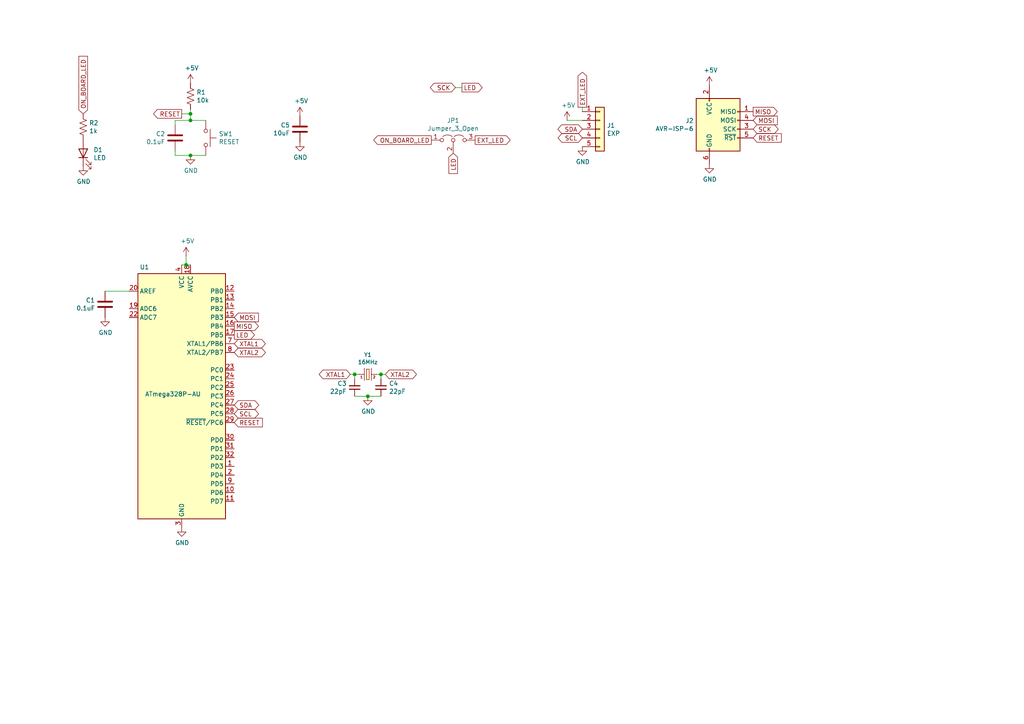
<source format=kicad_sch>
(kicad_sch (version 20230121) (generator eeschema)
  (paper "A4")
  (title_block (title "Atmega - Miner") (rev "v2.0"))
  (lib_symbols
    (symbol "AVR-Miner-rescue:ATmega328P-AU-MCU_Microchip_ATmega"
      (property "Reference" "U" (at -12.7 36.83 0))
      (property "Value" "MCU_Microchip_ATmega_ATmega328P-AU" (at 2.54 -36.83 0))
      (symbol "ATmega328P-AU-MCU_Microchip_ATmega_0_1"
        (rectangle (start -12.7 -35.56) (end 12.7 35.56) (stroke (width 0.254)) (fill (type background)))
      )
      (symbol "ATmega328P-AU-MCU_Microchip_ATmega_1_1"
        (pin tri_state line (at 15.24 -20.32 180) (length 2.54) (name "PD3") (number "1"))
        (pin tri_state line (at 15.24 -27.94 180) (length 2.54) (name "PD6") (number "10"))
        (pin tri_state line (at 15.24 -30.48 180) (length 2.54) (name "PD7") (number "11"))
        (pin tri_state line (at 15.24 30.48 180) (length 2.54) (name "PB0") (number "12"))
        (pin tri_state line (at 15.24 27.94 180) (length 2.54) (name "PB1") (number "13"))
        (pin tri_state line (at 15.24 25.4 180) (length 2.54) (name "PB2") (number "14"))
        (pin tri_state line (at 15.24 22.86 180) (length 2.54) (name "PB3") (number "15"))
        (pin tri_state line (at 15.24 20.32 180) (length 2.54) (name "PB4") (number "16"))
        (pin tri_state line (at 15.24 17.78 180) (length 2.54) (name "PB5") (number "17"))
        (pin power_in line (at 2.54 38.1 270) (length 2.54) (name "AVCC") (number "18"))
        (pin input line (at -15.24 25.4 0) (length 2.54) (name "ADC6") (number "19"))
        (pin tri_state line (at 15.24 -22.86 180) (length 2.54) (name "PD4") (number "2"))
        (pin passive line (at -15.24 30.48 0) (length 2.54) (name "AREF") (number "20"))
        (pin passive line (at 0 -38.1 90) (length 2.54) hide (name "GND") (number "21"))
        (pin input line (at -15.24 22.86 0) (length 2.54) (name "ADC7") (number "22"))
        (pin tri_state line (at 15.24 7.62 180) (length 2.54) (name "PC0") (number "23"))
        (pin tri_state line (at 15.24 5.08 180) (length 2.54) (name "PC1") (number "24"))
        (pin tri_state line (at 15.24 2.54 180) (length 2.54) (name "PC2") (number "25"))
        (pin tri_state line (at 15.24 0 180) (length 2.54) (name "PC3") (number "26"))
        (pin tri_state line (at 15.24 -2.54 180) (length 2.54) (name "PC4") (number "27"))
        (pin tri_state line (at 15.24 -5.08 180) (length 2.54) (name "PC5") (number "28"))
        (pin tri_state line (at 15.24 -7.62 180) (length 2.54) (name "~{RESET}/PC6") (number "29"))
        (pin power_in line (at 0 -38.1 90) (length 2.54) (name "GND") (number "3"))
        (pin tri_state line (at 15.24 -12.7 180) (length 2.54) (name "PD0") (number "30"))
        (pin tri_state line (at 15.24 -15.24 180) (length 2.54) (name "PD1") (number "31"))
        (pin tri_state line (at 15.24 -17.78 180) (length 2.54) (name "PD2") (number "32"))
        (pin power_in line (at 0 38.1 270) (length 2.54) (name "VCC") (number "4"))
        (pin passive line (at 0 -38.1 90) (length 2.54) hide (name "GND") (number "5"))
        (pin passive line (at 0 38.1 270) (length 2.54) hide (name "VCC") (number "6"))
        (pin tri_state line (at 15.24 15.24 180) (length 2.54) (name "XTAL1/PB6") (number "7"))
        (pin tri_state line (at 15.24 12.7 180) (length 2.54) (name "XTAL2/PB7") (number "8"))
        (pin tri_state line (at 15.24 -25.4 180) (length 2.54) (name "PD5") (number "9"))
      )
    )
    (symbol "AVR-Miner-rescue:AVR-ISP-6-Connector" (pin_names (offset 1.016))
      (property "Reference" "J" (at 0 10.16 0))
      (property "Value" "Connector_AVR-ISP-6" (at 0 -7.62 0))
      (symbol "AVR-ISP-6-Connector_0_1"
        (rectangle (start -2.667 -5.588) (end -2.413 -6.35))
        (rectangle (start -2.667 8.89) (end -2.413 8.128))
        (rectangle (start 6.35 -2.413) (end 5.588 -2.667))
        (rectangle (start 6.35 0.127) (end 5.588 -0.127))
        (rectangle (start 6.35 2.667) (end 5.588 2.413))
        (rectangle (start 6.35 5.207) (end 5.588 4.953))
        (rectangle (start 6.35 8.89) (end -6.35 -6.35) (stroke (width 0.254)) (fill (type background)))
      )
      (symbol "AVR-ISP-6-Connector_1_1"
        (pin passive line (at 10.16 5.08 180) (length 3.81) (name "MISO") (number "1"))
        (pin power_in line (at -2.54 12.7 270) (length 3.81) (name "VCC") (number "2"))
        (pin passive line (at 10.16 0 180) (length 3.81) (name "SCK") (number "3"))
        (pin passive line (at 10.16 2.54 180) (length 3.81) (name "MOSI") (number "4"))
        (pin passive line (at 10.16 -2.54 180) (length 3.81) (name "~{RST}") (number "5"))
        (pin power_in line (at -2.54 -10.16 90) (length 3.81) (name "GND") (number "6"))
      )
    )
    (symbol "AVR-Miner-rescue:CRYSTAL-16MHZPTH-HC49US-SparkFun-Clocks" (pin_numbers hide) (pin_names (offset 1.016) hide)
      (property "Reference" "Y" (at 0 2.54 0))
      (property "Value" "SparkFun-Clocks_CRYSTAL-16MHZPTH-HC49US" (at 0 -3.81 0))
      (property "Field4" "XTAL-08181" (at 0 6.35 0))
      (symbol "CRYSTAL-16MHZPTH-HC49US-SparkFun-Clocks_1_0"
        (polyline (pts (xy -2.54 0) (xy -1.016 0)))
        (polyline (pts (xy -1.016 1.778) (xy -1.016 -1.778)))
        (polyline (pts (xy 1.016 0) (xy 2.54 0)))
        (polyline (pts (xy 1.016 1.778) (xy 1.016 -1.778)))
        (text "1" (at -1.8288 -0.7874 0) (effects (font (size 0.6858 0.6858))))
        (text "2" (at 1.8542 -0.7874 0) (effects (font (size 0.6858 0.6858))))
      )
      (symbol "CRYSTAL-16MHZPTH-HC49US-SparkFun-Clocks_1_1"
        (polyline (pts (xy -0.381 1.524) (xy -0.381 -1.524) (xy 0.381 -1.524) (xy 0.381 1.524) (xy -0.381 1.524)) (fill (type background)))
        (pin passive line (at -2.54 0 0) (length 0) (name "1") (number "1"))
        (pin passive line (at 2.54 0 180) (length 0) (name "2") (number "2"))
      )
    )
    (symbol "AVR-Miner-rescue:Jumper_3_Open-Jumper" (pin_names (offset 0) hide)
      (property "Reference" "JP" (at -2.54 -2.54 0))
      (property "Value" "Jumper_Jumper_3_Open" (at 0 2.794 0))
      (symbol "Jumper_3_Open-Jumper_0_0"
        (circle (center -3.302 0) (radius 0.508))
        (circle (center 0 0) (radius 0.508))
        (circle (center 3.302 0) (radius 0.508))
      )
      (symbol "Jumper_3_Open-Jumper_0_1"
        (arc (start -0.254 1.016) (mid -1.651 1.4992) (end -3.048 1.016))
        (polyline (pts (xy 0 -0.508) (xy 0 -1.27)))
        (arc (start 3.048 1.016) (mid 1.651 1.4992) (end 0.254 1.016))
      )
      (symbol "Jumper_3_Open-Jumper_1_1"
        (pin passive line (at -6.35 0 0) (length 2.54) (name "A") (number "1"))
        (pin input line (at 0 -3.81 90) (length 2.54) (name "C") (number "2"))
        (pin passive line (at 6.35 0 180) (length 2.54) (name "B") (number "3"))
      )
    )
    (symbol "Connector_Generic:Conn_01x05" (pin_names (offset 1.016) hide)
      (property "Reference" "J" (at 0 7.62 0))
      (property "Value" "Conn_01x05" (at 0 -7.62 0))
      (symbol "Conn_01x05_1_1"
        (rectangle (start -1.27 -4.953) (end 0 -5.207) (stroke (width 0.1524)))
        (rectangle (start -1.27 -2.413) (end 0 -2.667) (stroke (width 0.1524)))
        (rectangle (start -1.27 0.127) (end 0 -0.127) (stroke (width 0.1524)))
        (rectangle (start -1.27 2.667) (end 0 2.413) (stroke (width 0.1524)))
        (rectangle (start -1.27 5.207) (end 0 4.953) (stroke (width 0.1524)))
        (rectangle (start -1.27 6.35) (end 1.27 -6.35) (stroke (width 0.254)) (fill (type background)))
        (pin passive line (at -5.08 5.08 0) (length 3.81) (name "Pin_1") (number "1"))
        (pin passive line (at -5.08 2.54 0) (length 3.81) (name "Pin_2") (number "2"))
        (pin passive line (at -5.08 0 0) (length 3.81) (name "Pin_3") (number "3"))
        (pin passive line (at -5.08 -2.54 0) (length 3.81) (name "Pin_4") (number "4"))
        (pin passive line (at -5.08 -5.08 0) (length 3.81) (name "Pin_5") (number "5"))
      )
    )
    (symbol "Device:C" (pin_numbers hide) (pin_names (offset 0.254))
      (property "Reference" "C" (at 0.635 2.54 0))
      (property "Value" "C" (at 0.635 -2.54 0))
      (symbol "C_0_1"
        (polyline (pts (xy -2.032 -0.762) (xy 2.032 -0.762)) (stroke (width 0.508)))
        (polyline (pts (xy -2.032 0.762) (xy 2.032 0.762)) (stroke (width 0.508)))
      )
      (symbol "C_1_1"
        (pin passive line (at 0 3.81 270) (length 2.794) (name "~") (number "1"))
        (pin passive line (at 0 -3.81 90) (length 2.794) (name "~") (number "2"))
      )
    )
    (symbol "Device:C_Small" (pin_numbers hide) (pin_names (offset 0.254) hide)
      (property "Reference" "C" (at 0.254 1.778 0))
      (property "Value" "C_Small" (at 0.254 -2.032 0))
      (symbol "C_Small_0_1"
        (polyline (pts (xy -1.524 -0.508) (xy 1.524 -0.508)) (stroke (width 0.3302)))
        (polyline (pts (xy -1.524 0.508) (xy 1.524 0.508)) (stroke (width 0.3048)))
      )
      (symbol "C_Small_1_1"
        (pin passive line (at 0 2.54 270) (length 2.032) (name "~") (number "1"))
        (pin passive line (at 0 -2.54 90) (length 2.032) (name "~") (number "2"))
      )
    )
    (symbol "Device:LED" (pin_numbers hide) (pin_names (offset 1.016) hide)
      (property "Reference" "D" (at 0 2.54 0))
      (property "Value" "LED" (at 0 -2.54 0))
      (symbol "LED_0_1"
        (polyline (pts (xy -1.27 -1.27) (xy -1.27 1.27)) (stroke (width 0.254)))
        (polyline (pts (xy -1.27 0) (xy 1.27 0)))
        (polyline (pts (xy 1.27 -1.27) (xy 1.27 1.27) (xy -1.27 0) (xy 1.27 -1.27)) (stroke (width 0.254)))
        (polyline (pts (xy -3.048 -0.762) (xy -4.572 -2.286) (xy -3.81 -2.286) (xy -4.572 -2.286) (xy -4.572 -1.524)))
        (polyline (pts (xy -1.778 -0.762) (xy -3.302 -2.286) (xy -2.54 -2.286) (xy -3.302 -2.286) (xy -3.302 -1.524)))
      )
      (symbol "LED_1_1"
        (pin passive line (at -3.81 0 0) (length 2.54) (name "K") (number "1"))
        (pin passive line (at 3.81 0 180) (length 2.54) (name "A") (number "2"))
      )
    )
    (symbol "Device:R_US" (pin_numbers hide) (pin_names (offset 0))
      (property "Reference" "R" (at 2.54 0 90))
      (property "Value" "R_US" (at -2.54 0 90))
      (symbol "R_US_0_1"
        (polyline (pts (xy 0 -2.286) (xy 0 -2.54)))
        (polyline (pts (xy 0 2.286) (xy 0 2.54)))
        (polyline (pts (xy 0 -0.762) (xy 1.016 -1.143) (xy 0 -1.524) (xy -1.016 -1.905) (xy 0 -2.286)))
        (polyline (pts (xy 0 0.762) (xy 1.016 0.381) (xy 0 0) (xy -1.016 -0.381) (xy 0 -0.762)))
        (polyline (pts (xy 0 2.286) (xy 1.016 1.905) (xy 0 1.524) (xy -1.016 1.143) (xy 0 0.762)))
      )
      (symbol "R_US_1_1"
        (pin passive line (at 0 3.81 270) (length 1.27) (name "~") (number "1"))
        (pin passive line (at 0 -3.81 90) (length 1.27) (name "~") (number "2"))
      )
    )
    (symbol "Switch:SW_Push" (pin_numbers hide) (pin_names (offset 1.016) hide)
      (property "Reference" "SW" (at 1.27 2.54 0))
      (property "Value" "SW_Push" (at 0 -1.524 0))
      (symbol "SW_Push_0_1"
        (circle (center -2.032 0) (radius 0.508))
        (polyline (pts (xy 0 1.27) (xy 0 3.048)))
        (polyline (pts (xy 2.54 1.27) (xy -2.54 1.27)))
        (circle (center 2.032 0) (radius 0.508))
        (pin passive line (at -5.08 0 0) (length 2.54) (name "1") (number "1"))
        (pin passive line (at 5.08 0 180) (length 2.54) (name "2") (number "2"))
      )
    )
    (symbol "power:+5V" (power) (pin_names (offset 0))
      (property "Value" "+5V" (at 0 3.556 0))
      (symbol "+5V_0_1"
        (polyline (pts (xy -0.762 1.27) (xy 0 2.54)))
        (polyline (pts (xy 0 0) (xy 0 2.54)))
        (polyline (pts (xy 0 2.54) (xy 0.762 1.27)))
      )
      (symbol "+5V_1_1"
        (pin power_in line (at 0 0 90) (length 0) hide (name "+5V") (number "1"))
      )
    )
    (symbol "power:GND" (power) (pin_names (offset 0))
      (property "Value" "GND" (at 0 -3.81 0))
      (symbol "GND_0_1"
        (polyline (pts (xy 0 0) (xy 0 -1.27) (xy 1.27 -1.27) (xy 0 -2.54) (xy -1.27 -1.27) (xy 0 -1.27)))
      )
      (symbol "GND_1_1"
        (pin power_in line (at 0 0 270) (length 0) hide (name "GND") (number "1"))
      )
    )
  )
  (junction (at 106.68 114.935))
  (junction (at 55.245 45.085))
  (junction (at 102.87 108.585))
  (junction (at 55.245 33.02))
  (junction (at 55.245 34.925))
  (junction (at 53.975 76.835))
  (junction (at 110.49 108.585))
  (wire (pts (xy 53.975 74.295) (xy 53.975 76.835)))
  (wire (pts (xy 37.465 84.455) (xy 30.48 84.455)))
  (wire (pts (xy 55.245 45.085) (xy 59.69 45.085)))
  (wire (pts (xy 50.8 45.085) (xy 55.245 45.085)))
  (wire (pts (xy 104.14 108.585) (xy 102.87 108.585)))
  (wire (pts (xy 110.49 108.585) (xy 110.49 109.855)))
  (wire (pts (xy 109.22 108.585) (xy 110.49 108.585)))
  (wire (pts (xy 132.08 25.4) (xy 133.985 25.4)))
  (wire (pts (xy 50.8 36.195) (xy 50.8 34.925)))
  (wire (pts (xy 101.6 108.585) (xy 102.87 108.585)))
  (wire (pts (xy 55.245 31.75) (xy 55.245 33.02)))
  (wire (pts (xy 106.68 114.935) (xy 110.49 114.935)))
  (wire (pts (xy 168.91 31.115) (xy 168.91 32.385)))
  (wire (pts (xy 52.705 76.835) (xy 53.975 76.835)))
  (wire (pts (xy 52.705 33.02) (xy 55.245 33.02)))
  (wire (pts (xy 50.8 43.815) (xy 50.8 45.085)))
  (wire (pts (xy 50.8 34.925) (xy 55.245 34.925)))
  (wire (pts (xy 102.87 114.935) (xy 106.68 114.935)))
  (wire (pts (xy 102.87 108.585) (xy 102.87 109.855)))
  (wire (pts (xy 164.465 34.925) (xy 168.91 34.925)))
  (wire (pts (xy 55.245 33.02) (xy 55.245 34.925)))
  (wire (pts (xy 111.76 108.585) (xy 110.49 108.585)))
  (wire (pts (xy 55.245 34.925) (xy 59.69 34.925)))
  (wire (pts (xy 53.975 76.835) (xy 55.245 76.835)))
  (global_label "ON_BOARD_LED" (shape output) (at 125.095 40.64 180) (property "Intersheetrefs" "${INTERSHEET_REFS}" (effects hide)))
  (global_label "SCL" (shape bidirectional) (at 67.945 120.015 0) (property "Intersheetrefs" "${INTERSHEET_REFS}" (effects hide)))
  (global_label "XTAL1" (shape bidirectional) (at 101.6 108.585 180) (property "Intersheetrefs" "${INTERSHEET_REFS}" (effects hide)))
  (global_label "MOSI" (shape input) (at 218.44 34.925 0) (property "Intersheetrefs" "${INTERSHEET_REFS}" (effects hide)))
  (global_label "XTAL2" (shape bidirectional) (at 111.76 108.585 0) (property "Intersheetrefs" "${INTERSHEET_REFS}" (effects hide)))
  (global_label "SDA" (shape bidirectional) (at 168.91 37.465 180) (property "Intersheetrefs" "${INTERSHEET_REFS}" (effects hide)))
  (global_label "SDA" (shape bidirectional) (at 67.945 117.475 0) (property "Intersheetrefs" "${INTERSHEET_REFS}" (effects hide)))
  (global_label "RESET" (shape input) (at 67.945 122.555 0) (property "Intersheetrefs" "${INTERSHEET_REFS}" (effects hide)))
  (global_label "ON_BOARD_LED" (shape input) (at 24.13 33.02 90) (property "Intersheetrefs" "${INTERSHEET_REFS}" (effects hide)))
  (global_label "EXT_LED" (shape output) (at 137.795 40.64 0) (property "Intersheetrefs" "${INTERSHEET_REFS}" (effects hide)))
  (global_label "LED" (shape input) (at 131.445 44.45 270) (property "Intersheetrefs" "${INTERSHEET_REFS}" (effects hide)))
  (global_label "RESET" (shape output) (at 52.705 33.02 180) (property "Intersheetrefs" "${INTERSHEET_REFS}" (effects hide)))
  (global_label "MISO" (shape output) (at 218.44 32.385 0) (property "Intersheetrefs" "${INTERSHEET_REFS}" (effects hide)))
  (global_label "EXT_LED" (shape output) (at 168.91 31.115 90) (property "Intersheetrefs" "${INTERSHEET_REFS}" (effects hide)))
  (global_label "SCK" (shape bidirectional) (at 218.44 37.465 0) (property "Intersheetrefs" "${INTERSHEET_REFS}" (effects hide)))
  (global_label "MOSI" (shape input) (at 67.945 92.075 0) (property "Intersheetrefs" "${INTERSHEET_REFS}" (effects hide)))
  (global_label "LED" (shape output) (at 133.985 25.4 0) (property "Intersheetrefs" "${INTERSHEET_REFS}" (effects hide)))
  (global_label "LED" (shape output) (at 67.945 97.155 0) (property "Intersheetrefs" "${INTERSHEET_REFS}" (effects hide)))
  (global_label "SCK" (shape bidirectional) (at 132.08 25.4 180) (property "Intersheetrefs" "${INTERSHEET_REFS}" (effects hide)))
  (global_label "MISO" (shape output) (at 67.945 94.615 0) (property "Intersheetrefs" "${INTERSHEET_REFS}" (effects hide)))
  (global_label "XTAL2" (shape bidirectional) (at 67.945 102.235 0) (property "Intersheetrefs" "${INTERSHEET_REFS}" (effects hide)))
  (global_label "XTAL1" (shape bidirectional) (at 67.945 99.695 0) (property "Intersheetrefs" "${INTERSHEET_REFS}" (effects hide)))
  (global_label "RESET" (shape input) (at 218.44 40.005 0) (property "Intersheetrefs" "${INTERSHEET_REFS}" (effects hide)))
  (global_label "SCL" (shape bidirectional) (at 168.91 40.005 180) (property "Intersheetrefs" "${INTERSHEET_REFS}" (effects hide)))
  (symbol (lib_id "AVR-Miner-rescue:ATmega328P-AU-MCU_Microchip_ATmega") (at 52.705 114.935 0) (unit 1)
    (property "Reference" "U1" (at 41.91 77.47 0))
    (property "Value" "ATmega328P-AU" (at 50.165 114.3 0))
    (property "Footprint" "Package_QFP:TQFP-32_7x7mm_P0.8mm" (effects hide))
    (property "Datasheet" "http://ww1.microchip.com/downloads/en/DeviceDoc/ATmega328_P%20AVR%20MCU%20with%20picoPower%20Technology%20Data%20Sheet%2040001984A.pdf" (effects hide))
  )
  (symbol (lib_id "AVR-Miner-rescue:CRYSTAL-16MHZPTH-HC49US-SparkFun-Clocks") (at 106.68 108.585 0) (unit 1)
    (property "Reference" "Y1" (at 106.68 102.8954 0) (effects (font (size 1.143 1.143))))
    (property "Value" "16MHz" (at 106.68 105.029 0) (effects (font (size 1.143 1.143))))
    (property "Footprint" "Clocks:HC49US" (effects hide))
    (property "Field4" "XTAL-08181" (effects hide))
  )
  (symbol (lib_id "Device:C_Small") (at 110.49 112.395 0) (unit 1)
    (property "Reference" "C4" (at 112.8268 111.2266 0) (effects (justify left)))
    (property "Value" "22pF" (at 112.8268 113.538 0) (effects (justify left)))
    (property "Footprint" "Capacitor_SMD:C_0805_2012Metric" (effects hide))
  )
  (symbol (lib_id "Device:C_Small") (at 102.87 112.395 0) (mirror x) (unit 1)
    (property "Reference" "C3" (at 100.5586 111.2266 0) (effects (justify right)))
    (property "Value" "22pF" (at 100.5586 113.538 0) (effects (justify right)))
    (property "Footprint" "Capacitor_SMD:C_0805_2012Metric" (effects hide))
  )
  (symbol (lib_id "power:GND") (at 106.68 114.935 0) (unit 1)
    (property "Reference" "#PWR0101" (effects hide))
    (property "Value" "GND" (at 106.807 119.3292 0))
  )
  (symbol (lib_id "power:GND") (at 52.705 153.035 0) (unit 1)
    (property "Reference" "#PWR0102" (effects hide))
    (property "Value" "GND" (at 52.832 157.4292 0))
  )
  (symbol (lib_id "power:+5V") (at 53.975 74.295 0) (unit 1)
    (property "Reference" "#PWR0103" (effects hide))
    (property "Value" "+5V" (at 54.356 69.9008 0))
  )
  (symbol (lib_id "Device:R_US") (at 55.245 27.94 0) (unit 1)
    (property "Reference" "R1" (at 56.9722 26.7716 0) (effects (justify left)))
    (property "Value" "10k" (at 56.9722 29.083 0) (effects (justify left)))
    (property "Footprint" "Resistor_SMD:R_0805_2012Metric" (effects hide))
  )
  (symbol (lib_id "Switch:SW_Push") (at 59.69 40.005 270) (unit 1)
    (property "Reference" "SW1" (at 63.4492 38.8366 90) (effects (justify left)))
    (property "Value" "RESET" (at 63.4492 41.148 90) (effects (justify left)))
    (property "Footprint" "Switches:TACTILE_SWITCH_SMD_6.0X3.5MM" (effects hide))
  )
  (symbol (lib_id "Device:C") (at 50.8 40.005 0) (mirror x) (unit 1)
    (property "Reference" "C2" (at 47.9044 38.8366 0) (effects (justify right)))
    (property "Value" "0.1uF" (at 47.9044 41.148 0) (effects (justify right)))
    (property "Footprint" "Capacitor_SMD:C_0805_2012Metric" (effects hide))
  )
  (symbol (lib_id "power:GND") (at 55.245 45.085 0) (unit 1)
    (property "Reference" "#PWR0104" (effects hide))
    (property "Value" "GND" (at 55.372 49.4792 0))
  )
  (symbol (lib_id "power:+5V") (at 55.245 24.13 0) (unit 1)
    (property "Reference" "#PWR0105" (effects hide))
    (property "Value" "+5V" (at 55.626 19.7358 0))
  )
  (symbol (lib_id "Device:LED") (at 24.13 44.45 90) (unit 1)
    (property "Reference" "D1" (at 27.1018 43.4594 90) (effects (justify right)))
    (property "Value" "LED" (at 27.1018 45.7708 90) (effects (justify right)))
    (property "Footprint" "LED_SMD:LED_0805_2012Metric" (effects hide))
  )
  (symbol (lib_id "Device:R_US") (at 24.13 36.83 0) (unit 1)
    (property "Reference" "R2" (at 25.8572 35.6616 0) (effects (justify left)))
    (property "Value" "1k" (at 25.8572 37.973 0) (effects (justify left)))
    (property "Footprint" "Resistor_SMD:R_0805_2012Metric" (effects hide))
  )
  (symbol (lib_id "power:GND") (at 24.13 48.26 0) (unit 1)
    (property "Reference" "#PWR0106" (effects hide))
    (property "Value" "GND" (at 24.257 52.6542 0))
  )
  (symbol (lib_id "Device:C") (at 30.48 88.265 0) (mirror x) (unit 1)
    (property "Reference" "C1" (at 27.5844 87.0966 0) (effects (justify right)))
    (property "Value" "0.1uF" (at 27.5844 89.408 0) (effects (justify right)))
    (property "Footprint" "Capacitor_SMD:C_0805_2012Metric" (effects hide))
  )
  (symbol (lib_id "power:GND") (at 30.48 92.075 0) (unit 1)
    (property "Reference" "#PWR0107" (effects hide))
    (property "Value" "GND" (at 30.607 96.4692 0))
  )
  (symbol (lib_id "power:+5V") (at 164.465 34.925 0) (unit 1)
    (property "Reference" "#PWR0108" (effects hide))
    (property "Value" "+5V" (at 164.846 30.5308 0))
  )
  (symbol (lib_id "power:GND") (at 168.91 42.545 0) (unit 1)
    (property "Reference" "#PWR0109" (effects hide))
    (property "Value" "GND" (at 169.037 46.9392 0))
  )
  (symbol (lib_id "AVR-Miner-rescue:AVR-ISP-6-Connector") (at 208.28 37.465 0) (unit 1)
    (property "Reference" "J2" (at 201.1934 35.0266 0) (effects (justify right)))
    (property "Value" "AVR-ISP-6" (at 201.1934 37.338 0) (effects (justify right)))
    (property "Footprint" "Connector_PinHeader_2.54mm:PinHeader_2x03_P2.54mm_Vertical" (effects hide))
    (property "Datasheet" " ~" (effects hide))
  )
  (symbol (lib_id "power:+5V") (at 205.74 24.765 0) (unit 1)
    (property "Reference" "#PWR0110" (effects hide))
    (property "Value" "+5V" (at 206.121 20.3708 0))
  )
  (symbol (lib_id "power:GND") (at 205.74 47.625 0) (unit 1)
    (property "Reference" "#PWR0111" (effects hide))
    (property "Value" "GND" (at 205.867 52.0192 0))
  )
  (symbol (lib_id "Device:C") (at 86.995 37.465 0) (mirror x) (unit 1)
    (property "Reference" "C5" (at 84.0994 36.2966 0) (effects (justify right)))
    (property "Value" "10uF" (at 84.0994 38.608 0) (effects (justify right)))
    (property "Footprint" "Capacitor_SMD:C_0805_2012Metric" (effects hide))
  )
  (symbol (lib_id "power:GND") (at 86.995 41.275 0) (unit 1)
    (property "Reference" "#PWR0112" (effects hide))
    (property "Value" "GND" (at 87.122 45.6692 0))
  )
  (symbol (lib_id "power:+5V") (at 86.995 33.655 0) (unit 1)
    (property "Reference" "#PWR0113" (effects hide))
    (property "Value" "+5V" (at 87.376 29.2608 0))
  )
  (symbol (lib_id "Connector_Generic:Conn_01x05") (at 173.99 37.465 0) (unit 1)
    (property "Reference" "J1" (at 176.022 36.3982 0) (effects (justify left)))
    (property "Value" "EXP" (at 176.022 38.7096 0) (effects (justify left)))
    (property "Footprint" "Connector_PinHeader_2.54mm:PinHeader_1x05_P2.54mm_Vertical" (effects hide))
  )
  (symbol (lib_id "AVR-Miner-rescue:Jumper_3_Open-Jumper") (at 131.445 40.64 0) (unit 1)
    (property "Reference" "JP1" (at 131.445 34.9504 0))
    (property "Value" "Jumper_3_Open" (at 131.445 37.2618 0))
    (property "Footprint" "Jumper:SolderJumper-3_P1.3mm_Open_RoundedPad1.0x1.5mm_NumberLabels" (effects hide))
  )
)
</source>
